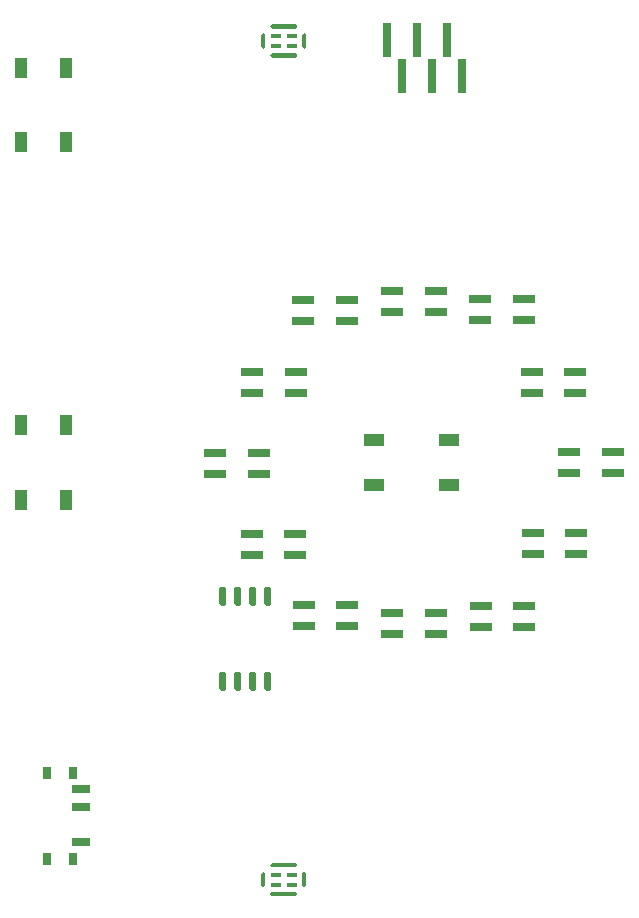
<source format=gbr>
G04 #@! TF.GenerationSoftware,KiCad,Pcbnew,(5.1.9)-1*
G04 #@! TF.CreationDate,2021-01-16T15:24:30-08:00*
G04 #@! TF.ProjectId,SJ-201-R6,534a2d32-3031-42d5-9236-2e6b69636164,rev?*
G04 #@! TF.SameCoordinates,Original*
G04 #@! TF.FileFunction,Paste,Bot*
G04 #@! TF.FilePolarity,Positive*
%FSLAX46Y46*%
G04 Gerber Fmt 4.6, Leading zero omitted, Abs format (unit mm)*
G04 Created by KiCad (PCBNEW (5.1.9)-1) date 2021-01-16 15:24:30*
%MOMM*%
%LPD*%
G01*
G04 APERTURE LIST*
%ADD10R,0.950000X0.400000*%
%ADD11R,1.900000X0.800000*%
%ADD12R,0.650000X3.000000*%
%ADD13R,0.800000X1.000000*%
%ADD14R,1.500000X0.700000*%
%ADD15R,1.700000X1.000000*%
%ADD16R,1.000000X1.700000*%
G04 APERTURE END LIST*
G04 #@! TO.C,U11*
G36*
G01*
X23808330Y-82900000D02*
X25808030Y-82900000D01*
G75*
G02*
X25958180Y-83050150I0J-150150D01*
G01*
X25958180Y-83099850D01*
G75*
G02*
X25808030Y-83250000I-150150J0D01*
G01*
X23808330Y-83250000D01*
G75*
G02*
X23658180Y-83099850I0J150150D01*
G01*
X23658180Y-83050150D01*
G75*
G02*
X23808330Y-82900000I150150J0D01*
G01*
G37*
G36*
G01*
X23808330Y-85350000D02*
X25808030Y-85350000D01*
G75*
G02*
X25958180Y-85500150I0J-150150D01*
G01*
X25958180Y-85549850D01*
G75*
G02*
X25808030Y-85700000I-150150J0D01*
G01*
X23808330Y-85700000D01*
G75*
G02*
X23658180Y-85549850I0J150150D01*
G01*
X23658180Y-85500150D01*
G75*
G02*
X23808330Y-85350000I150150J0D01*
G01*
G37*
G36*
G01*
X26708180Y-83800150D02*
X26708180Y-84799850D01*
G75*
G02*
X26558030Y-84950000I-150150J0D01*
G01*
X26508330Y-84950000D01*
G75*
G02*
X26358180Y-84799850I0J150150D01*
G01*
X26358180Y-83800150D01*
G75*
G02*
X26508330Y-83650000I150150J0D01*
G01*
X26558030Y-83650000D01*
G75*
G02*
X26708180Y-83800150I0J-150150D01*
G01*
G37*
G36*
G01*
X23258180Y-83800150D02*
X23258180Y-84799850D01*
G75*
G02*
X23108030Y-84950000I-150150J0D01*
G01*
X23058330Y-84950000D01*
G75*
G02*
X22908180Y-84799850I0J150150D01*
G01*
X22908180Y-83800150D01*
G75*
G02*
X23058330Y-83650000I150150J0D01*
G01*
X23108030Y-83650000D01*
G75*
G02*
X23258180Y-83800150I0J-150150D01*
G01*
G37*
D10*
X25483180Y-84725000D03*
X25483180Y-83875000D03*
X24133180Y-83875000D03*
X24133180Y-84725000D03*
G04 #@! TD*
G04 #@! TO.C,U10*
G36*
G01*
X23808330Y-11900000D02*
X25808030Y-11900000D01*
G75*
G02*
X25958180Y-12050150I0J-150150D01*
G01*
X25958180Y-12099850D01*
G75*
G02*
X25808030Y-12250000I-150150J0D01*
G01*
X23808330Y-12250000D01*
G75*
G02*
X23658180Y-12099850I0J150150D01*
G01*
X23658180Y-12050150D01*
G75*
G02*
X23808330Y-11900000I150150J0D01*
G01*
G37*
G36*
G01*
X23808330Y-14350000D02*
X25808030Y-14350000D01*
G75*
G02*
X25958180Y-14500150I0J-150150D01*
G01*
X25958180Y-14549850D01*
G75*
G02*
X25808030Y-14700000I-150150J0D01*
G01*
X23808330Y-14700000D01*
G75*
G02*
X23658180Y-14549850I0J150150D01*
G01*
X23658180Y-14500150D01*
G75*
G02*
X23808330Y-14350000I150150J0D01*
G01*
G37*
G36*
G01*
X26708180Y-12800150D02*
X26708180Y-13799850D01*
G75*
G02*
X26558030Y-13950000I-150150J0D01*
G01*
X26508330Y-13950000D01*
G75*
G02*
X26358180Y-13799850I0J150150D01*
G01*
X26358180Y-12800150D01*
G75*
G02*
X26508330Y-12650000I150150J0D01*
G01*
X26558030Y-12650000D01*
G75*
G02*
X26708180Y-12800150I0J-150150D01*
G01*
G37*
G36*
G01*
X23258180Y-12800150D02*
X23258180Y-13799850D01*
G75*
G02*
X23108030Y-13950000I-150150J0D01*
G01*
X23058330Y-13950000D01*
G75*
G02*
X22908180Y-13799850I0J150150D01*
G01*
X22908180Y-12800150D01*
G75*
G02*
X23058330Y-12650000I150150J0D01*
G01*
X23108030Y-12650000D01*
G75*
G02*
X23258180Y-12800150I0J-150150D01*
G01*
G37*
X25483180Y-13725000D03*
X25483180Y-12875000D03*
X24133180Y-12875000D03*
X24133180Y-13725000D03*
G04 #@! TD*
D11*
G04 #@! TO.C,D3*
X26473380Y-37000520D03*
X26473380Y-35220520D03*
X30153380Y-37000520D03*
X30153380Y-35220520D03*
G04 #@! TD*
G04 #@! TO.C,D4*
X22155380Y-43096520D03*
X22155380Y-41316520D03*
X25835380Y-43096520D03*
X25835380Y-41316520D03*
G04 #@! TD*
G04 #@! TO.C,D5*
X19005780Y-49954520D03*
X19005780Y-48174520D03*
X22685780Y-49954520D03*
X22685780Y-48174520D03*
G04 #@! TD*
G04 #@! TO.C,D6*
X22104580Y-56812520D03*
X22104580Y-55032520D03*
X25784580Y-56812520D03*
X25784580Y-55032520D03*
G04 #@! TD*
G04 #@! TO.C,D7*
X26524180Y-62857720D03*
X26524180Y-61077720D03*
X30204180Y-62857720D03*
X30204180Y-61077720D03*
G04 #@! TD*
G04 #@! TO.C,D8*
X33991780Y-63518120D03*
X33991780Y-61738120D03*
X37671780Y-63518120D03*
X37671780Y-61738120D03*
G04 #@! TD*
G04 #@! TO.C,D9*
X41510180Y-62908520D03*
X41510180Y-61128520D03*
X45190180Y-62908520D03*
X45190180Y-61128520D03*
G04 #@! TD*
G04 #@! TO.C,D10*
X45878980Y-56710920D03*
X45878980Y-54930920D03*
X49558980Y-56710920D03*
X49558980Y-54930920D03*
G04 #@! TD*
G04 #@! TO.C,D11*
X48977780Y-49903720D03*
X48977780Y-48123720D03*
X52657780Y-49903720D03*
X52657780Y-48123720D03*
G04 #@! TD*
G04 #@! TO.C,D12*
X45828180Y-43096520D03*
X45828180Y-41316520D03*
X49508180Y-43096520D03*
X49508180Y-41316520D03*
G04 #@! TD*
G04 #@! TO.C,D13*
X41459380Y-36898920D03*
X41459380Y-35118920D03*
X45139380Y-36898920D03*
X45139380Y-35118920D03*
G04 #@! TD*
G04 #@! TO.C,D2*
X33991780Y-36238520D03*
X33991780Y-34458520D03*
X37671780Y-36238520D03*
X37671780Y-34458520D03*
G04 #@! TD*
D12*
G04 #@! TO.C,J5*
X33540700Y-13244700D03*
X36080700Y-13244700D03*
X38620700Y-13244700D03*
X34810700Y-16244700D03*
X37350700Y-16244700D03*
X39890700Y-16244700D03*
G04 #@! TD*
G04 #@! TO.C,U9*
G36*
G01*
X19495000Y-66700000D02*
X19795000Y-66700000D01*
G75*
G02*
X19945000Y-66850000I0J-150000D01*
G01*
X19945000Y-68150000D01*
G75*
G02*
X19795000Y-68300000I-150000J0D01*
G01*
X19495000Y-68300000D01*
G75*
G02*
X19345000Y-68150000I0J150000D01*
G01*
X19345000Y-66850000D01*
G75*
G02*
X19495000Y-66700000I150000J0D01*
G01*
G37*
G36*
G01*
X20765000Y-66700000D02*
X21065000Y-66700000D01*
G75*
G02*
X21215000Y-66850000I0J-150000D01*
G01*
X21215000Y-68150000D01*
G75*
G02*
X21065000Y-68300000I-150000J0D01*
G01*
X20765000Y-68300000D01*
G75*
G02*
X20615000Y-68150000I0J150000D01*
G01*
X20615000Y-66850000D01*
G75*
G02*
X20765000Y-66700000I150000J0D01*
G01*
G37*
G36*
G01*
X22035000Y-66700000D02*
X22335000Y-66700000D01*
G75*
G02*
X22485000Y-66850000I0J-150000D01*
G01*
X22485000Y-68150000D01*
G75*
G02*
X22335000Y-68300000I-150000J0D01*
G01*
X22035000Y-68300000D01*
G75*
G02*
X21885000Y-68150000I0J150000D01*
G01*
X21885000Y-66850000D01*
G75*
G02*
X22035000Y-66700000I150000J0D01*
G01*
G37*
G36*
G01*
X23305000Y-66700000D02*
X23605000Y-66700000D01*
G75*
G02*
X23755000Y-66850000I0J-150000D01*
G01*
X23755000Y-68150000D01*
G75*
G02*
X23605000Y-68300000I-150000J0D01*
G01*
X23305000Y-68300000D01*
G75*
G02*
X23155000Y-68150000I0J150000D01*
G01*
X23155000Y-66850000D01*
G75*
G02*
X23305000Y-66700000I150000J0D01*
G01*
G37*
G36*
G01*
X23305000Y-59500000D02*
X23605000Y-59500000D01*
G75*
G02*
X23755000Y-59650000I0J-150000D01*
G01*
X23755000Y-60950000D01*
G75*
G02*
X23605000Y-61100000I-150000J0D01*
G01*
X23305000Y-61100000D01*
G75*
G02*
X23155000Y-60950000I0J150000D01*
G01*
X23155000Y-59650000D01*
G75*
G02*
X23305000Y-59500000I150000J0D01*
G01*
G37*
G36*
G01*
X22035000Y-59500000D02*
X22335000Y-59500000D01*
G75*
G02*
X22485000Y-59650000I0J-150000D01*
G01*
X22485000Y-60950000D01*
G75*
G02*
X22335000Y-61100000I-150000J0D01*
G01*
X22035000Y-61100000D01*
G75*
G02*
X21885000Y-60950000I0J150000D01*
G01*
X21885000Y-59650000D01*
G75*
G02*
X22035000Y-59500000I150000J0D01*
G01*
G37*
G36*
G01*
X20765000Y-59500000D02*
X21065000Y-59500000D01*
G75*
G02*
X21215000Y-59650000I0J-150000D01*
G01*
X21215000Y-60950000D01*
G75*
G02*
X21065000Y-61100000I-150000J0D01*
G01*
X20765000Y-61100000D01*
G75*
G02*
X20615000Y-60950000I0J150000D01*
G01*
X20615000Y-59650000D01*
G75*
G02*
X20765000Y-59500000I150000J0D01*
G01*
G37*
G36*
G01*
X19495000Y-59500000D02*
X19795000Y-59500000D01*
G75*
G02*
X19945000Y-59650000I0J-150000D01*
G01*
X19945000Y-60950000D01*
G75*
G02*
X19795000Y-61100000I-150000J0D01*
G01*
X19495000Y-61100000D01*
G75*
G02*
X19345000Y-60950000I0J150000D01*
G01*
X19345000Y-59650000D01*
G75*
G02*
X19495000Y-59500000I150000J0D01*
G01*
G37*
G04 #@! TD*
D13*
G04 #@! TO.C,SW1*
X6964900Y-82532240D03*
X6964900Y-75232240D03*
X4754900Y-75232240D03*
X4754900Y-82532240D03*
D14*
X7614900Y-76632240D03*
X7614900Y-78132240D03*
X7614900Y-81132240D03*
G04 #@! TD*
D15*
G04 #@! TO.C,S3*
X38760800Y-47093400D03*
X32460800Y-47093400D03*
X38760800Y-50893400D03*
X32460800Y-50893400D03*
G04 #@! TD*
D16*
G04 #@! TO.C,S2*
X2578020Y-45850000D03*
X2578020Y-52150000D03*
X6378020Y-45850000D03*
X6378020Y-52150000D03*
G04 #@! TD*
G04 #@! TO.C,S1*
X2572940Y-15590120D03*
X2572940Y-21890120D03*
X6372940Y-15590120D03*
X6372940Y-21890120D03*
G04 #@! TD*
M02*

</source>
